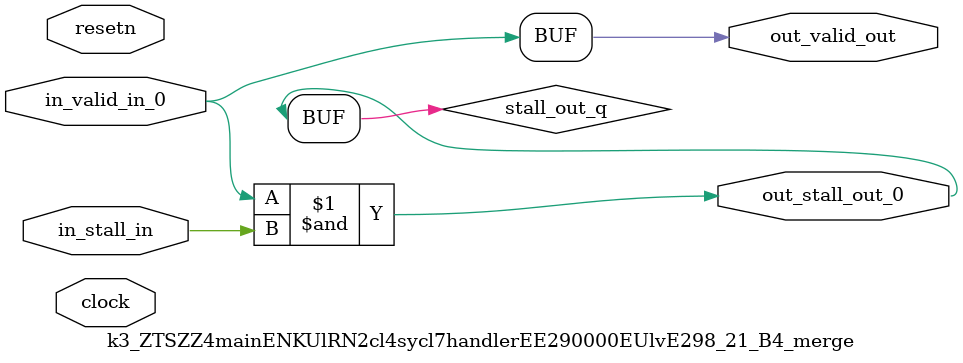
<source format=sv>



(* altera_attribute = "-name AUTO_SHIFT_REGISTER_RECOGNITION OFF; -name MESSAGE_DISABLE 10036; -name MESSAGE_DISABLE 10037; -name MESSAGE_DISABLE 14130; -name MESSAGE_DISABLE 14320; -name MESSAGE_DISABLE 15400; -name MESSAGE_DISABLE 14130; -name MESSAGE_DISABLE 10036; -name MESSAGE_DISABLE 12020; -name MESSAGE_DISABLE 12030; -name MESSAGE_DISABLE 12010; -name MESSAGE_DISABLE 12110; -name MESSAGE_DISABLE 14320; -name MESSAGE_DISABLE 13410; -name MESSAGE_DISABLE 113007; -name MESSAGE_DISABLE 10958" *)
module k3_ZTSZZ4mainENKUlRN2cl4sycl7handlerEE290000EUlvE298_21_B4_merge (
    input wire [0:0] in_stall_in,
    input wire [0:0] in_valid_in_0,
    output wire [0:0] out_stall_out_0,
    output wire [0:0] out_valid_out,
    input wire clock,
    input wire resetn
    );

    wire [0:0] stall_out_q;


    // stall_out(LOGICAL,6)
    assign stall_out_q = in_valid_in_0 & in_stall_in;

    // out_stall_out_0(GPOUT,4)
    assign out_stall_out_0 = stall_out_q;

    // out_valid_out(GPOUT,5)
    assign out_valid_out = in_valid_in_0;

endmodule

</source>
